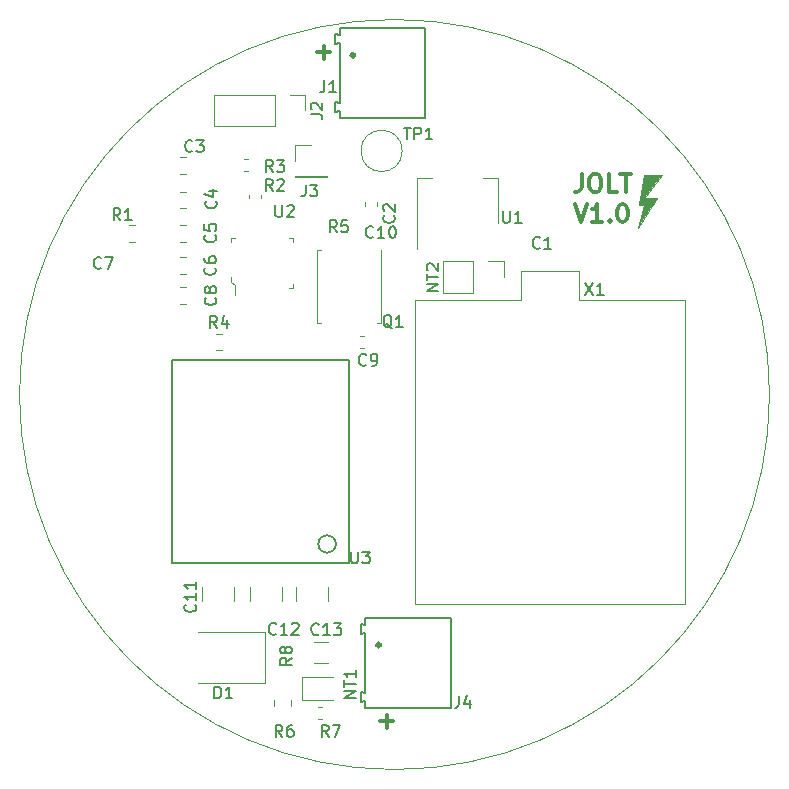
<source format=gbr>
G04 #@! TF.GenerationSoftware,KiCad,Pcbnew,(5.1.5)-3*
G04 #@! TF.CreationDate,2021-11-18T20:40:18-08:00*
G04 #@! TF.ProjectId,nixie_supply_v1,6e697869-655f-4737-9570-706c795f7631,rev?*
G04 #@! TF.SameCoordinates,Original*
G04 #@! TF.FileFunction,Legend,Top*
G04 #@! TF.FilePolarity,Positive*
%FSLAX46Y46*%
G04 Gerber Fmt 4.6, Leading zero omitted, Abs format (unit mm)*
G04 Created by KiCad (PCBNEW (5.1.5)-3) date 2021-11-18 20:40:18*
%MOMM*%
%LPD*%
G04 APERTURE LIST*
%ADD10C,0.300000*%
%ADD11C,0.120000*%
%ADD12C,0.100000*%
%ADD13C,0.400000*%
%ADD14C,0.200000*%
%ADD15C,0.127000*%
%ADD16C,0.160000*%
%ADD17C,0.150000*%
G04 APERTURE END LIST*
D10*
X126682571Y-96754142D02*
X127825428Y-96754142D01*
X127254000Y-97325571D02*
X127254000Y-96182714D01*
X121348571Y-40112142D02*
X122491428Y-40112142D01*
X121920000Y-40683571D02*
X121920000Y-39540714D01*
X143758000Y-50443571D02*
X143758000Y-51515000D01*
X143686571Y-51729285D01*
X143543714Y-51872142D01*
X143329428Y-51943571D01*
X143186571Y-51943571D01*
X144758000Y-50443571D02*
X145043714Y-50443571D01*
X145186571Y-50515000D01*
X145329428Y-50657857D01*
X145400857Y-50943571D01*
X145400857Y-51443571D01*
X145329428Y-51729285D01*
X145186571Y-51872142D01*
X145043714Y-51943571D01*
X144758000Y-51943571D01*
X144615142Y-51872142D01*
X144472285Y-51729285D01*
X144400857Y-51443571D01*
X144400857Y-50943571D01*
X144472285Y-50657857D01*
X144615142Y-50515000D01*
X144758000Y-50443571D01*
X146758000Y-51943571D02*
X146043714Y-51943571D01*
X146043714Y-50443571D01*
X147043714Y-50443571D02*
X147900857Y-50443571D01*
X147472285Y-51943571D02*
X147472285Y-50443571D01*
X143222285Y-52993571D02*
X143722285Y-54493571D01*
X144222285Y-52993571D01*
X145508000Y-54493571D02*
X144650857Y-54493571D01*
X145079428Y-54493571D02*
X145079428Y-52993571D01*
X144936571Y-53207857D01*
X144793714Y-53350714D01*
X144650857Y-53422142D01*
X146150857Y-54350714D02*
X146222285Y-54422142D01*
X146150857Y-54493571D01*
X146079428Y-54422142D01*
X146150857Y-54350714D01*
X146150857Y-54493571D01*
X147150857Y-52993571D02*
X147293714Y-52993571D01*
X147436571Y-53065000D01*
X147508000Y-53136428D01*
X147579428Y-53279285D01*
X147650857Y-53565000D01*
X147650857Y-53922142D01*
X147579428Y-54207857D01*
X147508000Y-54350714D01*
X147436571Y-54422142D01*
X147293714Y-54493571D01*
X147150857Y-54493571D01*
X147008000Y-54422142D01*
X146936571Y-54350714D01*
X146865142Y-54207857D01*
X146793714Y-53922142D01*
X146793714Y-53565000D01*
X146865142Y-53279285D01*
X146936571Y-53136428D01*
X147008000Y-53065000D01*
X147150857Y-52993571D01*
D11*
X159664400Y-69088000D02*
G75*
G03X159664400Y-69088000I-31750000J0D01*
G01*
D12*
G36*
X148556000Y-55029200D02*
G01*
X149165600Y-52489200D01*
X150130800Y-52489200D01*
X148556000Y-55029200D01*
G37*
X148556000Y-55029200D02*
X149165600Y-52489200D01*
X150130800Y-52489200D01*
X148556000Y-55029200D01*
G36*
X149775200Y-53048000D02*
G01*
X148606800Y-53048000D01*
X148708400Y-52489200D01*
X150130800Y-52489200D01*
X149775200Y-53048000D01*
G37*
X149775200Y-53048000D02*
X148606800Y-53048000D01*
X148708400Y-52489200D01*
X150130800Y-52489200D01*
X149775200Y-53048000D01*
G36*
X148606800Y-53048000D02*
G01*
X149064000Y-50508000D01*
X150537200Y-50508000D01*
X148606800Y-53048000D01*
G37*
X148606800Y-53048000D02*
X149064000Y-50508000D01*
X150537200Y-50508000D01*
X148606800Y-53048000D01*
D11*
X129848560Y-56799920D02*
X129848560Y-50789920D01*
X136668560Y-54549920D02*
X136668560Y-50789920D01*
X129848560Y-50789920D02*
X131108560Y-50789920D01*
X136668560Y-50789920D02*
X135408560Y-50789920D01*
X137194600Y-57801200D02*
X137194600Y-59131200D01*
X135864600Y-57801200D02*
X137194600Y-57801200D01*
X134594600Y-57801200D02*
X134594600Y-60461200D01*
X134594600Y-60461200D02*
X131994600Y-60461200D01*
X134594600Y-57801200D02*
X131994600Y-57801200D01*
X131994600Y-57801200D02*
X131994600Y-60461200D01*
D13*
X126657400Y-90300400D02*
G75*
G03X126657400Y-90300400I-100000J0D01*
G01*
D14*
X125457400Y-88580400D02*
X125457400Y-88000400D01*
X125057400Y-88505400D02*
X125457400Y-88580400D01*
X125057400Y-89355400D02*
X125057400Y-88505400D01*
X125457400Y-89280400D02*
X125057400Y-89355400D01*
X125457400Y-94320400D02*
X125457400Y-89280400D01*
X125057400Y-94245400D02*
X125457400Y-94320400D01*
X125057400Y-95095400D02*
X125057400Y-94245400D01*
X125457400Y-95020400D02*
X125057400Y-95095400D01*
X125457400Y-95600400D02*
X125457400Y-95020400D01*
X132657400Y-95600400D02*
X125457400Y-95600400D01*
X132657400Y-88000400D02*
X132657400Y-95600400D01*
X125457400Y-88000400D02*
X132657400Y-88000400D01*
D13*
X124473000Y-40364000D02*
G75*
G03X124473000Y-40364000I-100000J0D01*
G01*
D14*
X123273000Y-38644000D02*
X123273000Y-38064000D01*
X122873000Y-38569000D02*
X123273000Y-38644000D01*
X122873000Y-39419000D02*
X122873000Y-38569000D01*
X123273000Y-39344000D02*
X122873000Y-39419000D01*
X123273000Y-44384000D02*
X123273000Y-39344000D01*
X122873000Y-44309000D02*
X123273000Y-44384000D01*
X122873000Y-45159000D02*
X122873000Y-44309000D01*
X123273000Y-45084000D02*
X122873000Y-45159000D01*
X123273000Y-45664000D02*
X123273000Y-45084000D01*
X130473000Y-45664000D02*
X123273000Y-45664000D01*
X130473000Y-38064000D02*
X130473000Y-45664000D01*
X123273000Y-38064000D02*
X130473000Y-38064000D01*
D11*
X116961000Y-93513800D02*
X116961000Y-89213800D01*
X116961000Y-89213800D02*
X111261000Y-89213800D01*
X116961000Y-93513800D02*
X111261000Y-93513800D01*
X121368600Y-63004000D02*
X121368600Y-56884000D01*
X126738600Y-63004000D02*
X126738600Y-56884000D01*
X121718600Y-56884000D02*
X121368600Y-56884000D01*
X121668600Y-63004000D02*
X121368600Y-63004000D01*
X126438600Y-63004000D02*
X126738600Y-63004000D01*
X128572200Y-48463200D02*
G75*
G03X128572200Y-48463200I-1750000J0D01*
G01*
D12*
X114087600Y-59137400D02*
X114087600Y-59537400D01*
X114087600Y-59537400D02*
X114387600Y-59837400D01*
X114387600Y-59837400D02*
X114387600Y-60637400D01*
X118987600Y-60037400D02*
X119287600Y-60037400D01*
X119287600Y-60037400D02*
X119287600Y-59737400D01*
X114387600Y-55837400D02*
X114087600Y-55837400D01*
X114087600Y-55837400D02*
X114087600Y-56137400D01*
X118987600Y-55837400D02*
X119287600Y-55837400D01*
X119287600Y-55837400D02*
X119287600Y-56137400D01*
D15*
X124035200Y-83326800D02*
X109035200Y-83326800D01*
X109035200Y-83326800D02*
X109035200Y-66126800D01*
X109035200Y-66126800D02*
X124035200Y-66126800D01*
X124035200Y-66126800D02*
X124035200Y-83326800D01*
D16*
X122951500Y-81746800D02*
G75*
G03X122951500Y-81746800I-746300J0D01*
G01*
D11*
X110291378Y-50417800D02*
X109774222Y-50417800D01*
X110291378Y-48997800D02*
X109774222Y-48997800D01*
X110265978Y-51918800D02*
X109748822Y-51918800D01*
X110265978Y-53338800D02*
X109748822Y-53338800D01*
X110265978Y-56158200D02*
X109748822Y-56158200D01*
X110265978Y-54738200D02*
X109748822Y-54738200D01*
X110265978Y-57481400D02*
X109748822Y-57481400D01*
X110265978Y-58901400D02*
X109748822Y-58901400D01*
X110291378Y-61416000D02*
X109774222Y-61416000D01*
X110291378Y-59996000D02*
X109774222Y-59996000D01*
X124983021Y-65178400D02*
X125308579Y-65178400D01*
X124983021Y-64158400D02*
X125308579Y-64158400D01*
X125385100Y-53144639D02*
X125385100Y-52819081D01*
X126405100Y-53144639D02*
X126405100Y-52819081D01*
X111593800Y-86606464D02*
X111593800Y-85402336D01*
X114313800Y-86606464D02*
X114313800Y-85402336D01*
X115657800Y-86581064D02*
X115657800Y-85376936D01*
X118377800Y-86581064D02*
X118377800Y-85376936D01*
X122289400Y-86606464D02*
X122289400Y-85402336D01*
X119569400Y-86606464D02*
X119569400Y-85402336D01*
X112614400Y-43704200D02*
X112614400Y-46364200D01*
X117754400Y-43704200D02*
X112614400Y-43704200D01*
X117754400Y-46364200D02*
X112614400Y-46364200D01*
X117754400Y-43704200D02*
X117754400Y-46364200D01*
X119024400Y-43704200D02*
X120354400Y-43704200D01*
X120354400Y-43704200D02*
X120354400Y-45034200D01*
X119523200Y-50656800D02*
X122183200Y-50656800D01*
X119523200Y-50596800D02*
X119523200Y-50656800D01*
X122183200Y-50596800D02*
X122183200Y-50656800D01*
X119523200Y-50596800D02*
X122183200Y-50596800D01*
X119523200Y-49326800D02*
X119523200Y-47996800D01*
X119523200Y-47996800D02*
X120853200Y-47996800D01*
X120057200Y-94914600D02*
X122742200Y-94914600D01*
X120057200Y-92994600D02*
X120057200Y-94914600D01*
X122742200Y-92994600D02*
X120057200Y-92994600D01*
X105456222Y-54763600D02*
X105973378Y-54763600D01*
X105456222Y-56183600D02*
X105973378Y-56183600D01*
X115593400Y-52486779D02*
X115593400Y-52161221D01*
X116613400Y-52486779D02*
X116613400Y-52161221D01*
X115529579Y-49147000D02*
X115204021Y-49147000D01*
X115529579Y-50167000D02*
X115204021Y-50167000D01*
X112796822Y-63933000D02*
X113313978Y-63933000D01*
X112796822Y-65353000D02*
X113313978Y-65353000D01*
X117730200Y-94940622D02*
X117730200Y-95457778D01*
X119150200Y-94940622D02*
X119150200Y-95457778D01*
X121477821Y-95578200D02*
X121803379Y-95578200D01*
X121477821Y-96598200D02*
X121803379Y-96598200D01*
X122318864Y-91842000D02*
X121114736Y-91842000D01*
X122318864Y-90022000D02*
X121114736Y-90022000D01*
X143560800Y-58623200D02*
X138582400Y-58623200D01*
X138582400Y-58623200D02*
X138582400Y-61112400D01*
X138582400Y-61112400D02*
X129641600Y-61112400D01*
X129641600Y-61112400D02*
X129641600Y-86868000D01*
X129641600Y-86868000D02*
X152501600Y-86868000D01*
X152501600Y-86868000D02*
X152501600Y-61112400D01*
X152501600Y-61112400D02*
X143560800Y-61112400D01*
X143560800Y-61112400D02*
X143560800Y-58623200D01*
D17*
X127860062Y-53930846D02*
X127907681Y-53978465D01*
X127955300Y-54121322D01*
X127955300Y-54216560D01*
X127907681Y-54359418D01*
X127812443Y-54454656D01*
X127717205Y-54502275D01*
X127526729Y-54549894D01*
X127383872Y-54549894D01*
X127193396Y-54502275D01*
X127098158Y-54454656D01*
X127002920Y-54359418D01*
X126955300Y-54216560D01*
X126955300Y-54121322D01*
X127002920Y-53978465D01*
X127050539Y-53930846D01*
X127050539Y-53549894D02*
X127002920Y-53502275D01*
X126955300Y-53407037D01*
X126955300Y-53168941D01*
X127002920Y-53073703D01*
X127050539Y-53026084D01*
X127145777Y-52978465D01*
X127241015Y-52978465D01*
X127383872Y-53026084D01*
X127955300Y-53597513D01*
X127955300Y-52978465D01*
X137099135Y-53549300D02*
X137099135Y-54358824D01*
X137146754Y-54454062D01*
X137194373Y-54501681D01*
X137289611Y-54549300D01*
X137480087Y-54549300D01*
X137575325Y-54501681D01*
X137622944Y-54454062D01*
X137670563Y-54358824D01*
X137670563Y-53549300D01*
X138670563Y-54549300D02*
X138099135Y-54549300D01*
X138384849Y-54549300D02*
X138384849Y-53549300D01*
X138289611Y-53692158D01*
X138194373Y-53787396D01*
X138099135Y-53835015D01*
X140226753Y-56648622D02*
X140179134Y-56696241D01*
X140036277Y-56743860D01*
X139941039Y-56743860D01*
X139798181Y-56696241D01*
X139702943Y-56601003D01*
X139655324Y-56505765D01*
X139607705Y-56315289D01*
X139607705Y-56172432D01*
X139655324Y-55981956D01*
X139702943Y-55886718D01*
X139798181Y-55791480D01*
X139941039Y-55743860D01*
X140036277Y-55743860D01*
X140179134Y-55791480D01*
X140226753Y-55839099D01*
X141179134Y-56743860D02*
X140607705Y-56743860D01*
X140893420Y-56743860D02*
X140893420Y-55743860D01*
X140798181Y-55886718D01*
X140702943Y-55981956D01*
X140607705Y-56029575D01*
X131625600Y-60324857D02*
X130625600Y-60324857D01*
X131625600Y-59753428D01*
X130625600Y-59753428D01*
X130625600Y-59420095D02*
X130625600Y-58848666D01*
X131625600Y-59134380D02*
X130625600Y-59134380D01*
X130720839Y-58562952D02*
X130673220Y-58515333D01*
X130625600Y-58420095D01*
X130625600Y-58182000D01*
X130673220Y-58086761D01*
X130720839Y-58039142D01*
X130816077Y-57991523D01*
X130911315Y-57991523D01*
X131054172Y-58039142D01*
X131625600Y-58610571D01*
X131625600Y-57991523D01*
X133379886Y-94610940D02*
X133379886Y-95325226D01*
X133332267Y-95468083D01*
X133237029Y-95563321D01*
X133094172Y-95610940D01*
X132998934Y-95610940D01*
X134284648Y-94944274D02*
X134284648Y-95610940D01*
X134046553Y-94563321D02*
X133808458Y-95277607D01*
X134427505Y-95277607D01*
X121975286Y-42497760D02*
X121975286Y-43212046D01*
X121927667Y-43354903D01*
X121832429Y-43450141D01*
X121689572Y-43497760D01*
X121594334Y-43497760D01*
X122975286Y-43497760D02*
X122403858Y-43497760D01*
X122689572Y-43497760D02*
X122689572Y-42497760D01*
X122594334Y-42640618D01*
X122499096Y-42735856D01*
X122403858Y-42783475D01*
X112672904Y-94816180D02*
X112672904Y-93816180D01*
X112911000Y-93816180D01*
X113053857Y-93863800D01*
X113149095Y-93959038D01*
X113196714Y-94054276D01*
X113244333Y-94244752D01*
X113244333Y-94387609D01*
X113196714Y-94578085D01*
X113149095Y-94673323D01*
X113053857Y-94768561D01*
X112911000Y-94816180D01*
X112672904Y-94816180D01*
X114196714Y-94816180D02*
X113625285Y-94816180D01*
X113911000Y-94816180D02*
X113911000Y-93816180D01*
X113815761Y-93959038D01*
X113720523Y-94054276D01*
X113625285Y-94101895D01*
X127704861Y-63465959D02*
X127609623Y-63418340D01*
X127514385Y-63323101D01*
X127371528Y-63180244D01*
X127276290Y-63132625D01*
X127181052Y-63132625D01*
X127228671Y-63370720D02*
X127133433Y-63323101D01*
X127038195Y-63227863D01*
X126990576Y-63037387D01*
X126990576Y-62704054D01*
X127038195Y-62513578D01*
X127133433Y-62418340D01*
X127228671Y-62370720D01*
X127419147Y-62370720D01*
X127514385Y-62418340D01*
X127609623Y-62513578D01*
X127657242Y-62704054D01*
X127657242Y-63037387D01*
X127609623Y-63227863D01*
X127514385Y-63323101D01*
X127419147Y-63370720D01*
X127228671Y-63370720D01*
X128609623Y-63370720D02*
X128038195Y-63370720D01*
X128323909Y-63370720D02*
X128323909Y-62370720D01*
X128228671Y-62513578D01*
X128133433Y-62608816D01*
X128038195Y-62656435D01*
X128702275Y-46488100D02*
X129273703Y-46488100D01*
X128987989Y-47488100D02*
X128987989Y-46488100D01*
X129607037Y-47488100D02*
X129607037Y-46488100D01*
X129987989Y-46488100D01*
X130083227Y-46535720D01*
X130130846Y-46583339D01*
X130178465Y-46678577D01*
X130178465Y-46821434D01*
X130130846Y-46916672D01*
X130083227Y-46964291D01*
X129987989Y-47011910D01*
X129607037Y-47011910D01*
X131130846Y-47488100D02*
X130559418Y-47488100D01*
X130845132Y-47488100D02*
X130845132Y-46488100D01*
X130749894Y-46630958D01*
X130654656Y-46726196D01*
X130559418Y-46773815D01*
X117828155Y-53059080D02*
X117828155Y-53868604D01*
X117875774Y-53963842D01*
X117923393Y-54011461D01*
X118018631Y-54059080D01*
X118209107Y-54059080D01*
X118304345Y-54011461D01*
X118351964Y-53963842D01*
X118399583Y-53868604D01*
X118399583Y-53059080D01*
X118828155Y-53154319D02*
X118875774Y-53106700D01*
X118971012Y-53059080D01*
X119209107Y-53059080D01*
X119304345Y-53106700D01*
X119351964Y-53154319D01*
X119399583Y-53249557D01*
X119399583Y-53344795D01*
X119351964Y-53487652D01*
X118780536Y-54059080D01*
X119399583Y-54059080D01*
D15*
X124250927Y-82387822D02*
X124250927Y-83198289D01*
X124298602Y-83293638D01*
X124346276Y-83341313D01*
X124441625Y-83388987D01*
X124632323Y-83388987D01*
X124727672Y-83341313D01*
X124775347Y-83293638D01*
X124823021Y-83198289D01*
X124823021Y-82387822D01*
X125204418Y-82387822D02*
X125824186Y-82387822D01*
X125490465Y-82769219D01*
X125633488Y-82769219D01*
X125728837Y-82816893D01*
X125776512Y-82864568D01*
X125824186Y-82959917D01*
X125824186Y-83198289D01*
X125776512Y-83293638D01*
X125728837Y-83341313D01*
X125633488Y-83388987D01*
X125347441Y-83388987D01*
X125252092Y-83341313D01*
X125204418Y-83293638D01*
D17*
X110798313Y-48462202D02*
X110750694Y-48509821D01*
X110607837Y-48557440D01*
X110512599Y-48557440D01*
X110369741Y-48509821D01*
X110274503Y-48414583D01*
X110226884Y-48319345D01*
X110179265Y-48128869D01*
X110179265Y-47986012D01*
X110226884Y-47795536D01*
X110274503Y-47700298D01*
X110369741Y-47605060D01*
X110512599Y-47557440D01*
X110607837Y-47557440D01*
X110750694Y-47605060D01*
X110798313Y-47652679D01*
X111131646Y-47557440D02*
X111750694Y-47557440D01*
X111417360Y-47938393D01*
X111560218Y-47938393D01*
X111655456Y-47986012D01*
X111703075Y-48033631D01*
X111750694Y-48128869D01*
X111750694Y-48366964D01*
X111703075Y-48462202D01*
X111655456Y-48509821D01*
X111560218Y-48557440D01*
X111274503Y-48557440D01*
X111179265Y-48509821D01*
X111131646Y-48462202D01*
X112769922Y-52714186D02*
X112817541Y-52761805D01*
X112865160Y-52904662D01*
X112865160Y-52999900D01*
X112817541Y-53142758D01*
X112722303Y-53237996D01*
X112627065Y-53285615D01*
X112436589Y-53333234D01*
X112293732Y-53333234D01*
X112103256Y-53285615D01*
X112008018Y-53237996D01*
X111912780Y-53142758D01*
X111865160Y-52999900D01*
X111865160Y-52904662D01*
X111912780Y-52761805D01*
X111960399Y-52714186D01*
X112198494Y-51857043D02*
X112865160Y-51857043D01*
X111817541Y-52095139D02*
X112531827Y-52333234D01*
X112531827Y-51714186D01*
X112714042Y-55597086D02*
X112761661Y-55644705D01*
X112809280Y-55787562D01*
X112809280Y-55882800D01*
X112761661Y-56025658D01*
X112666423Y-56120896D01*
X112571185Y-56168515D01*
X112380709Y-56216134D01*
X112237852Y-56216134D01*
X112047376Y-56168515D01*
X111952138Y-56120896D01*
X111856900Y-56025658D01*
X111809280Y-55882800D01*
X111809280Y-55787562D01*
X111856900Y-55644705D01*
X111904519Y-55597086D01*
X111809280Y-54692324D02*
X111809280Y-55168515D01*
X112285471Y-55216134D01*
X112237852Y-55168515D01*
X112190233Y-55073277D01*
X112190233Y-54835181D01*
X112237852Y-54739943D01*
X112285471Y-54692324D01*
X112380709Y-54644705D01*
X112618804Y-54644705D01*
X112714042Y-54692324D01*
X112761661Y-54739943D01*
X112809280Y-54835181D01*
X112809280Y-55073277D01*
X112761661Y-55168515D01*
X112714042Y-55216134D01*
X112691182Y-58355526D02*
X112738801Y-58403145D01*
X112786420Y-58546002D01*
X112786420Y-58641240D01*
X112738801Y-58784098D01*
X112643563Y-58879336D01*
X112548325Y-58926955D01*
X112357849Y-58974574D01*
X112214992Y-58974574D01*
X112024516Y-58926955D01*
X111929278Y-58879336D01*
X111834040Y-58784098D01*
X111786420Y-58641240D01*
X111786420Y-58546002D01*
X111834040Y-58403145D01*
X111881659Y-58355526D01*
X111786420Y-57498383D02*
X111786420Y-57688860D01*
X111834040Y-57784098D01*
X111881659Y-57831717D01*
X112024516Y-57926955D01*
X112214992Y-57974574D01*
X112595944Y-57974574D01*
X112691182Y-57926955D01*
X112738801Y-57879336D01*
X112786420Y-57784098D01*
X112786420Y-57593621D01*
X112738801Y-57498383D01*
X112691182Y-57450764D01*
X112595944Y-57403145D01*
X112357849Y-57403145D01*
X112262611Y-57450764D01*
X112214992Y-57498383D01*
X112167373Y-57593621D01*
X112167373Y-57784098D01*
X112214992Y-57879336D01*
X112262611Y-57926955D01*
X112357849Y-57974574D01*
X103084333Y-58370742D02*
X103036714Y-58418361D01*
X102893857Y-58465980D01*
X102798619Y-58465980D01*
X102655761Y-58418361D01*
X102560523Y-58323123D01*
X102512904Y-58227885D01*
X102465285Y-58037409D01*
X102465285Y-57894552D01*
X102512904Y-57704076D01*
X102560523Y-57608838D01*
X102655761Y-57513600D01*
X102798619Y-57465980D01*
X102893857Y-57465980D01*
X103036714Y-57513600D01*
X103084333Y-57561219D01*
X103417666Y-57465980D02*
X104084333Y-57465980D01*
X103655761Y-58465980D01*
X112739442Y-60895526D02*
X112787061Y-60943145D01*
X112834680Y-61086002D01*
X112834680Y-61181240D01*
X112787061Y-61324098D01*
X112691823Y-61419336D01*
X112596585Y-61466955D01*
X112406109Y-61514574D01*
X112263252Y-61514574D01*
X112072776Y-61466955D01*
X111977538Y-61419336D01*
X111882300Y-61324098D01*
X111834680Y-61181240D01*
X111834680Y-61086002D01*
X111882300Y-60943145D01*
X111929919Y-60895526D01*
X112263252Y-60324098D02*
X112215633Y-60419336D01*
X112168014Y-60466955D01*
X112072776Y-60514574D01*
X112025157Y-60514574D01*
X111929919Y-60466955D01*
X111882300Y-60419336D01*
X111834680Y-60324098D01*
X111834680Y-60133621D01*
X111882300Y-60038383D01*
X111929919Y-59990764D01*
X112025157Y-59943145D01*
X112072776Y-59943145D01*
X112168014Y-59990764D01*
X112215633Y-60038383D01*
X112263252Y-60133621D01*
X112263252Y-60324098D01*
X112310871Y-60419336D01*
X112358490Y-60466955D01*
X112453728Y-60514574D01*
X112644204Y-60514574D01*
X112739442Y-60466955D01*
X112787061Y-60419336D01*
X112834680Y-60324098D01*
X112834680Y-60133621D01*
X112787061Y-60038383D01*
X112739442Y-59990764D01*
X112644204Y-59943145D01*
X112453728Y-59943145D01*
X112358490Y-59990764D01*
X112310871Y-60038383D01*
X112263252Y-60133621D01*
X125512533Y-66549542D02*
X125464914Y-66597161D01*
X125322057Y-66644780D01*
X125226819Y-66644780D01*
X125083961Y-66597161D01*
X124988723Y-66501923D01*
X124941104Y-66406685D01*
X124893485Y-66216209D01*
X124893485Y-66073352D01*
X124941104Y-65882876D01*
X124988723Y-65787638D01*
X125083961Y-65692400D01*
X125226819Y-65644780D01*
X125322057Y-65644780D01*
X125464914Y-65692400D01*
X125512533Y-65740019D01*
X125988723Y-66644780D02*
X126179200Y-66644780D01*
X126274438Y-66597161D01*
X126322057Y-66549542D01*
X126417295Y-66406685D01*
X126464914Y-66216209D01*
X126464914Y-65835257D01*
X126417295Y-65740019D01*
X126369676Y-65692400D01*
X126274438Y-65644780D01*
X126083961Y-65644780D01*
X125988723Y-65692400D01*
X125941104Y-65740019D01*
X125893485Y-65835257D01*
X125893485Y-66073352D01*
X125941104Y-66168590D01*
X125988723Y-66216209D01*
X126083961Y-66263828D01*
X126274438Y-66263828D01*
X126369676Y-66216209D01*
X126417295Y-66168590D01*
X126464914Y-66073352D01*
X126110762Y-55741842D02*
X126063143Y-55789461D01*
X125920286Y-55837080D01*
X125825048Y-55837080D01*
X125682191Y-55789461D01*
X125586953Y-55694223D01*
X125539334Y-55598985D01*
X125491715Y-55408509D01*
X125491715Y-55265652D01*
X125539334Y-55075176D01*
X125586953Y-54979938D01*
X125682191Y-54884700D01*
X125825048Y-54837080D01*
X125920286Y-54837080D01*
X126063143Y-54884700D01*
X126110762Y-54932319D01*
X127063143Y-55837080D02*
X126491715Y-55837080D01*
X126777429Y-55837080D02*
X126777429Y-54837080D01*
X126682191Y-54979938D01*
X126586953Y-55075176D01*
X126491715Y-55122795D01*
X127682191Y-54837080D02*
X127777429Y-54837080D01*
X127872667Y-54884700D01*
X127920286Y-54932319D01*
X127967905Y-55027557D01*
X128015524Y-55218033D01*
X128015524Y-55456128D01*
X127967905Y-55646604D01*
X127920286Y-55741842D01*
X127872667Y-55789461D01*
X127777429Y-55837080D01*
X127682191Y-55837080D01*
X127586953Y-55789461D01*
X127539334Y-55741842D01*
X127491715Y-55646604D01*
X127444096Y-55456128D01*
X127444096Y-55218033D01*
X127491715Y-55027557D01*
X127539334Y-54932319D01*
X127586953Y-54884700D01*
X127682191Y-54837080D01*
X111030022Y-86873317D02*
X111077641Y-86920936D01*
X111125260Y-87063793D01*
X111125260Y-87159031D01*
X111077641Y-87301888D01*
X110982403Y-87397126D01*
X110887165Y-87444745D01*
X110696689Y-87492364D01*
X110553832Y-87492364D01*
X110363356Y-87444745D01*
X110268118Y-87397126D01*
X110172880Y-87301888D01*
X110125260Y-87159031D01*
X110125260Y-87063793D01*
X110172880Y-86920936D01*
X110220499Y-86873317D01*
X111125260Y-85920936D02*
X111125260Y-86492364D01*
X111125260Y-86206650D02*
X110125260Y-86206650D01*
X110268118Y-86301888D01*
X110363356Y-86397126D01*
X110410975Y-86492364D01*
X111125260Y-84968555D02*
X111125260Y-85539983D01*
X111125260Y-85254269D02*
X110125260Y-85254269D01*
X110268118Y-85349507D01*
X110363356Y-85444745D01*
X110410975Y-85539983D01*
X117893862Y-89333342D02*
X117846243Y-89380961D01*
X117703386Y-89428580D01*
X117608148Y-89428580D01*
X117465291Y-89380961D01*
X117370053Y-89285723D01*
X117322434Y-89190485D01*
X117274815Y-89000009D01*
X117274815Y-88857152D01*
X117322434Y-88666676D01*
X117370053Y-88571438D01*
X117465291Y-88476200D01*
X117608148Y-88428580D01*
X117703386Y-88428580D01*
X117846243Y-88476200D01*
X117893862Y-88523819D01*
X118846243Y-89428580D02*
X118274815Y-89428580D01*
X118560529Y-89428580D02*
X118560529Y-88428580D01*
X118465291Y-88571438D01*
X118370053Y-88666676D01*
X118274815Y-88714295D01*
X119227196Y-88523819D02*
X119274815Y-88476200D01*
X119370053Y-88428580D01*
X119608148Y-88428580D01*
X119703386Y-88476200D01*
X119751005Y-88523819D01*
X119798624Y-88619057D01*
X119798624Y-88714295D01*
X119751005Y-88857152D01*
X119179577Y-89428580D01*
X119798624Y-89428580D01*
X121495582Y-89373982D02*
X121447963Y-89421601D01*
X121305106Y-89469220D01*
X121209868Y-89469220D01*
X121067011Y-89421601D01*
X120971773Y-89326363D01*
X120924154Y-89231125D01*
X120876535Y-89040649D01*
X120876535Y-88897792D01*
X120924154Y-88707316D01*
X120971773Y-88612078D01*
X121067011Y-88516840D01*
X121209868Y-88469220D01*
X121305106Y-88469220D01*
X121447963Y-88516840D01*
X121495582Y-88564459D01*
X122447963Y-89469220D02*
X121876535Y-89469220D01*
X122162249Y-89469220D02*
X122162249Y-88469220D01*
X122067011Y-88612078D01*
X121971773Y-88707316D01*
X121876535Y-88754935D01*
X122781297Y-88469220D02*
X123400344Y-88469220D01*
X123067011Y-88850173D01*
X123209868Y-88850173D01*
X123305106Y-88897792D01*
X123352725Y-88945411D01*
X123400344Y-89040649D01*
X123400344Y-89278744D01*
X123352725Y-89373982D01*
X123305106Y-89421601D01*
X123209868Y-89469220D01*
X122924154Y-89469220D01*
X122828916Y-89421601D01*
X122781297Y-89373982D01*
X120806780Y-45367533D02*
X121521066Y-45367533D01*
X121663923Y-45415152D01*
X121759161Y-45510390D01*
X121806780Y-45653247D01*
X121806780Y-45748485D01*
X120902019Y-44938961D02*
X120854400Y-44891342D01*
X120806780Y-44796104D01*
X120806780Y-44558009D01*
X120854400Y-44462771D01*
X120902019Y-44415152D01*
X120997257Y-44367533D01*
X121092495Y-44367533D01*
X121235352Y-44415152D01*
X121806780Y-44986580D01*
X121806780Y-44367533D01*
X120392866Y-51316640D02*
X120392866Y-52030926D01*
X120345247Y-52173783D01*
X120250009Y-52269021D01*
X120107152Y-52316640D01*
X120011914Y-52316640D01*
X120773819Y-51316640D02*
X121392866Y-51316640D01*
X121059533Y-51697593D01*
X121202390Y-51697593D01*
X121297628Y-51745212D01*
X121345247Y-51792831D01*
X121392866Y-51888069D01*
X121392866Y-52126164D01*
X121345247Y-52221402D01*
X121297628Y-52269021D01*
X121202390Y-52316640D01*
X120916676Y-52316640D01*
X120821438Y-52269021D01*
X120773819Y-52221402D01*
X124622820Y-94777417D02*
X123622820Y-94777417D01*
X124622820Y-94205988D01*
X123622820Y-94205988D01*
X123622820Y-93872655D02*
X123622820Y-93301226D01*
X124622820Y-93586940D02*
X123622820Y-93586940D01*
X124622820Y-92444083D02*
X124622820Y-93015512D01*
X124622820Y-92729798D02*
X123622820Y-92729798D01*
X123765678Y-92825036D01*
X123860916Y-92920274D01*
X123908535Y-93015512D01*
X104709933Y-54325780D02*
X104376600Y-53849590D01*
X104138504Y-54325780D02*
X104138504Y-53325780D01*
X104519457Y-53325780D01*
X104614695Y-53373400D01*
X104662314Y-53421019D01*
X104709933Y-53516257D01*
X104709933Y-53659114D01*
X104662314Y-53754352D01*
X104614695Y-53801971D01*
X104519457Y-53849590D01*
X104138504Y-53849590D01*
X105662314Y-54325780D02*
X105090885Y-54325780D01*
X105376600Y-54325780D02*
X105376600Y-53325780D01*
X105281361Y-53468638D01*
X105186123Y-53563876D01*
X105090885Y-53611495D01*
X117600433Y-51844200D02*
X117267100Y-51368010D01*
X117029004Y-51844200D02*
X117029004Y-50844200D01*
X117409957Y-50844200D01*
X117505195Y-50891820D01*
X117552814Y-50939439D01*
X117600433Y-51034677D01*
X117600433Y-51177534D01*
X117552814Y-51272772D01*
X117505195Y-51320391D01*
X117409957Y-51368010D01*
X117029004Y-51368010D01*
X117981385Y-50939439D02*
X118029004Y-50891820D01*
X118124242Y-50844200D01*
X118362338Y-50844200D01*
X118457576Y-50891820D01*
X118505195Y-50939439D01*
X118552814Y-51034677D01*
X118552814Y-51129915D01*
X118505195Y-51272772D01*
X117933766Y-51844200D01*
X118552814Y-51844200D01*
X117613133Y-50241460D02*
X117279800Y-49765270D01*
X117041704Y-50241460D02*
X117041704Y-49241460D01*
X117422657Y-49241460D01*
X117517895Y-49289080D01*
X117565514Y-49336699D01*
X117613133Y-49431937D01*
X117613133Y-49574794D01*
X117565514Y-49670032D01*
X117517895Y-49717651D01*
X117422657Y-49765270D01*
X117041704Y-49765270D01*
X117946466Y-49241460D02*
X118565514Y-49241460D01*
X118232180Y-49622413D01*
X118375038Y-49622413D01*
X118470276Y-49670032D01*
X118517895Y-49717651D01*
X118565514Y-49812889D01*
X118565514Y-50050984D01*
X118517895Y-50146222D01*
X118470276Y-50193841D01*
X118375038Y-50241460D01*
X118089323Y-50241460D01*
X117994085Y-50193841D01*
X117946466Y-50146222D01*
X112888733Y-63445380D02*
X112555400Y-62969190D01*
X112317304Y-63445380D02*
X112317304Y-62445380D01*
X112698257Y-62445380D01*
X112793495Y-62493000D01*
X112841114Y-62540619D01*
X112888733Y-62635857D01*
X112888733Y-62778714D01*
X112841114Y-62873952D01*
X112793495Y-62921571D01*
X112698257Y-62969190D01*
X112317304Y-62969190D01*
X113745876Y-62778714D02*
X113745876Y-63445380D01*
X113507780Y-62397761D02*
X113269685Y-63112047D01*
X113888733Y-63112047D01*
X123028413Y-55351940D02*
X122695080Y-54875750D01*
X122456984Y-55351940D02*
X122456984Y-54351940D01*
X122837937Y-54351940D01*
X122933175Y-54399560D01*
X122980794Y-54447179D01*
X123028413Y-54542417D01*
X123028413Y-54685274D01*
X122980794Y-54780512D01*
X122933175Y-54828131D01*
X122837937Y-54875750D01*
X122456984Y-54875750D01*
X123933175Y-54351940D02*
X123456984Y-54351940D01*
X123409365Y-54828131D01*
X123456984Y-54780512D01*
X123552222Y-54732893D01*
X123790318Y-54732893D01*
X123885556Y-54780512D01*
X123933175Y-54828131D01*
X123980794Y-54923369D01*
X123980794Y-55161464D01*
X123933175Y-55256702D01*
X123885556Y-55304321D01*
X123790318Y-55351940D01*
X123552222Y-55351940D01*
X123456984Y-55304321D01*
X123409365Y-55256702D01*
X118420853Y-98067120D02*
X118087520Y-97590930D01*
X117849424Y-98067120D02*
X117849424Y-97067120D01*
X118230377Y-97067120D01*
X118325615Y-97114740D01*
X118373234Y-97162359D01*
X118420853Y-97257597D01*
X118420853Y-97400454D01*
X118373234Y-97495692D01*
X118325615Y-97543311D01*
X118230377Y-97590930D01*
X117849424Y-97590930D01*
X119277996Y-97067120D02*
X119087520Y-97067120D01*
X118992281Y-97114740D01*
X118944662Y-97162359D01*
X118849424Y-97305216D01*
X118801805Y-97495692D01*
X118801805Y-97876644D01*
X118849424Y-97971882D01*
X118897043Y-98019501D01*
X118992281Y-98067120D01*
X119182758Y-98067120D01*
X119277996Y-98019501D01*
X119325615Y-97971882D01*
X119373234Y-97876644D01*
X119373234Y-97638549D01*
X119325615Y-97543311D01*
X119277996Y-97495692D01*
X119182758Y-97448073D01*
X118992281Y-97448073D01*
X118897043Y-97495692D01*
X118849424Y-97543311D01*
X118801805Y-97638549D01*
X122334993Y-98084900D02*
X122001660Y-97608710D01*
X121763564Y-98084900D02*
X121763564Y-97084900D01*
X122144517Y-97084900D01*
X122239755Y-97132520D01*
X122287374Y-97180139D01*
X122334993Y-97275377D01*
X122334993Y-97418234D01*
X122287374Y-97513472D01*
X122239755Y-97561091D01*
X122144517Y-97608710D01*
X121763564Y-97608710D01*
X122668326Y-97084900D02*
X123334993Y-97084900D01*
X122906421Y-98084900D01*
X119232940Y-91380606D02*
X118756750Y-91713940D01*
X119232940Y-91952035D02*
X118232940Y-91952035D01*
X118232940Y-91571082D01*
X118280560Y-91475844D01*
X118328179Y-91428225D01*
X118423417Y-91380606D01*
X118566274Y-91380606D01*
X118661512Y-91428225D01*
X118709131Y-91475844D01*
X118756750Y-91571082D01*
X118756750Y-91952035D01*
X118661512Y-90809178D02*
X118613893Y-90904416D01*
X118566274Y-90952035D01*
X118471036Y-90999654D01*
X118423417Y-90999654D01*
X118328179Y-90952035D01*
X118280560Y-90904416D01*
X118232940Y-90809178D01*
X118232940Y-90618701D01*
X118280560Y-90523463D01*
X118328179Y-90475844D01*
X118423417Y-90428225D01*
X118471036Y-90428225D01*
X118566274Y-90475844D01*
X118613893Y-90523463D01*
X118661512Y-90618701D01*
X118661512Y-90809178D01*
X118709131Y-90904416D01*
X118756750Y-90952035D01*
X118851988Y-90999654D01*
X119042464Y-90999654D01*
X119137702Y-90952035D01*
X119185321Y-90904416D01*
X119232940Y-90809178D01*
X119232940Y-90618701D01*
X119185321Y-90523463D01*
X119137702Y-90475844D01*
X119042464Y-90428225D01*
X118851988Y-90428225D01*
X118756750Y-90475844D01*
X118709131Y-90523463D01*
X118661512Y-90618701D01*
X144046676Y-59650380D02*
X144713342Y-60650380D01*
X144713342Y-59650380D02*
X144046676Y-60650380D01*
X145618104Y-60650380D02*
X145046676Y-60650380D01*
X145332390Y-60650380D02*
X145332390Y-59650380D01*
X145237152Y-59793238D01*
X145141914Y-59888476D01*
X145046676Y-59936095D01*
M02*

</source>
